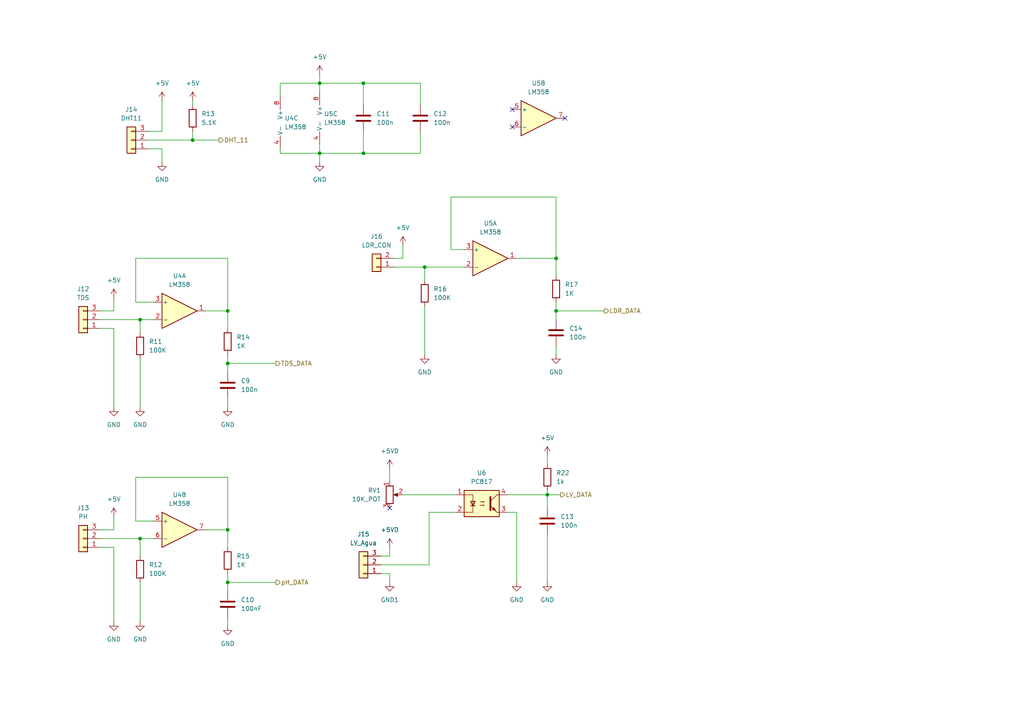
<source format=kicad_sch>
(kicad_sch (version 20211123) (generator eeschema)
  (paper "A4")
  (lib_symbols
    (symbol "Amplifier_Operational:LM358" (pin_names (offset 0.127))
      (property "Reference" "U" (at 0 5.08 0))
      (property "Value" "LM358" (at 0 -5.08 0))
      (symbol "LM358_1_1"
        (polyline (pts (xy -5.08 5.08) (xy 5.08 0) (xy -5.08 -5.08) (xy -5.08 5.08)) (stroke (width 0.254)) (fill (type background)))
        (pin output line (at 7.62 0 180) (length 2.54) (name "~") (number "1"))
        (pin input line (at -7.62 -2.54 0) (length 2.54) (name "-") (number "2"))
        (pin input line (at -7.62 2.54 0) (length 2.54) (name "+") (number "3"))
      )
      (symbol "LM358_2_1"
        (polyline (pts (xy -5.08 5.08) (xy 5.08 0) (xy -5.08 -5.08) (xy -5.08 5.08)) (stroke (width 0.254)) (fill (type background)))
        (pin input line (at -7.62 2.54 0) (length 2.54) (name "+") (number "5"))
        (pin input line (at -7.62 -2.54 0) (length 2.54) (name "-") (number "6"))
        (pin output line (at 7.62 0 180) (length 2.54) (name "~") (number "7"))
      )
      (symbol "LM358_3_1"
        (pin power_in line (at -2.54 -7.62 90) (length 3.81) (name "V-") (number "4"))
        (pin power_in line (at -2.54 7.62 270) (length 3.81) (name "V+") (number "8"))
      )
    )
    (symbol "Connector_Generic:Conn_01x02" (pin_names (offset 1.016) hide)
      (property "Reference" "J" (at 0 2.54 0))
      (property "Value" "Conn_01x02" (at 0 -5.08 0))
      (symbol "Conn_01x02_1_1"
        (rectangle (start -1.27 -2.413) (end 0 -2.667) (stroke (width 0.1524)))
        (rectangle (start -1.27 0.127) (end 0 -0.127) (stroke (width 0.1524)))
        (rectangle (start -1.27 1.27) (end 1.27 -3.81) (stroke (width 0.254)) (fill (type background)))
        (pin passive line (at -5.08 0 0) (length 3.81) (name "Pin_1") (number "1"))
        (pin passive line (at -5.08 -2.54 0) (length 3.81) (name "Pin_2") (number "2"))
      )
    )
    (symbol "Connector_Generic:Conn_01x03" (pin_names (offset 1.016) hide)
      (property "Reference" "J" (at 0 5.08 0))
      (property "Value" "Conn_01x03" (at 0 -5.08 0))
      (symbol "Conn_01x03_1_1"
        (rectangle (start -1.27 -2.413) (end 0 -2.667) (stroke (width 0.1524)))
        (rectangle (start -1.27 0.127) (end 0 -0.127) (stroke (width 0.1524)))
        (rectangle (start -1.27 2.667) (end 0 2.413) (stroke (width 0.1524)))
        (rectangle (start -1.27 3.81) (end 1.27 -3.81) (stroke (width 0.254)) (fill (type background)))
        (pin passive line (at -5.08 2.54 0) (length 3.81) (name "Pin_1") (number "1"))
        (pin passive line (at -5.08 0 0) (length 3.81) (name "Pin_2") (number "2"))
        (pin passive line (at -5.08 -2.54 0) (length 3.81) (name "Pin_3") (number "3"))
      )
    )
    (symbol "Device:C" (pin_numbers hide) (pin_names (offset 0.254))
      (property "Reference" "C" (at 0.635 2.54 0))
      (property "Value" "C" (at 0.635 -2.54 0))
      (symbol "C_0_1"
        (polyline (pts (xy -2.032 -0.762) (xy 2.032 -0.762)) (stroke (width 0.508)))
        (polyline (pts (xy -2.032 0.762) (xy 2.032 0.762)) (stroke (width 0.508)))
      )
      (symbol "C_1_1"
        (pin passive line (at 0 3.81 270) (length 2.794) (name "~") (number "1"))
        (pin passive line (at 0 -3.81 90) (length 2.794) (name "~") (number "2"))
      )
    )
    (symbol "Device:R" (pin_numbers hide) (pin_names (offset 0))
      (property "Reference" "R" (at 2.032 0 90))
      (property "Value" "R" (at 0 0 90))
      (symbol "R_0_1"
        (rectangle (start -1.016 -2.54) (end 1.016 2.54) (stroke (width 0.254)))
      )
      (symbol "R_1_1"
        (pin passive line (at 0 3.81 270) (length 1.27) (name "~") (number "1"))
        (pin passive line (at 0 -3.81 90) (length 1.27) (name "~") (number "2"))
      )
    )
    (symbol "Device:R_Potentiometer" (pin_names (offset 1.016) hide)
      (property "Reference" "RV" (at -4.445 0 90))
      (property "Value" "R_Potentiometer" (at -2.54 0 90))
      (symbol "R_Potentiometer_0_1"
        (polyline (pts (xy 2.54 0) (xy 1.524 0)))
        (polyline (pts (xy 1.143 0) (xy 2.286 0.508) (xy 2.286 -0.508) (xy 1.143 0)) (fill (type outline)))
        (rectangle (start 1.016 2.54) (end -1.016 -2.54) (stroke (width 0.254)))
      )
      (symbol "R_Potentiometer_1_1"
        (pin passive line (at 0 3.81 270) (length 1.27) (name "1") (number "1"))
        (pin passive line (at 3.81 0 180) (length 1.27) (name "2") (number "2"))
        (pin passive line (at 0 -3.81 90) (length 1.27) (name "3") (number "3"))
      )
    )
    (symbol "Isolator:PC817" (pin_names (offset 1.016))
      (property "Reference" "U" (at -5.08 5.08 0))
      (property "Value" "PC817" (at 0 5.08 0))
      (symbol "PC817_0_1"
        (rectangle (start -5.08 3.81) (end 5.08 -3.81) (stroke (width 0.254)) (fill (type background)))
        (polyline (pts (xy -3.175 -0.635) (xy -1.905 -0.635)) (stroke (width 0.254)))
        (polyline (pts (xy 2.54 0.635) (xy 4.445 2.54)))
        (polyline (pts (xy 4.445 -2.54) (xy 2.54 -0.635)) (fill (type outline)))
        (polyline (pts (xy 4.445 -2.54) (xy 5.08 -2.54)))
        (polyline (pts (xy 4.445 2.54) (xy 5.08 2.54)))
        (polyline (pts (xy -5.08 2.54) (xy -2.54 2.54) (xy -2.54 -0.635)))
        (polyline (pts (xy -2.54 -0.635) (xy -2.54 -2.54) (xy -5.08 -2.54)))
        (polyline (pts (xy 2.54 1.905) (xy 2.54 -1.905) (xy 2.54 -1.905)) (stroke (width 0.508)))
        (polyline (pts (xy -2.54 -0.635) (xy -3.175 0.635) (xy -1.905 0.635) (xy -2.54 -0.635)) (stroke (width 0.254)))
        (polyline (pts (xy -0.508 -0.508) (xy 0.762 -0.508) (xy 0.381 -0.635) (xy 0.381 -0.381) (xy 0.762 -0.508)))
        (polyline (pts (xy -0.508 0.508) (xy 0.762 0.508) (xy 0.381 0.381) (xy 0.381 0.635) (xy 0.762 0.508)))
        (polyline (pts (xy 3.048 -1.651) (xy 3.556 -1.143) (xy 4.064 -2.159) (xy 3.048 -1.651) (xy 3.048 -1.651)) (fill (type outline)))
      )
      (symbol "PC817_1_1"
        (pin passive line (at -7.62 2.54 0) (length 2.54) (name "~") (number "1"))
        (pin passive line (at -7.62 -2.54 0) (length 2.54) (name "~") (number "2"))
        (pin passive line (at 7.62 -2.54 180) (length 2.54) (name "~") (number "3"))
        (pin passive line (at 7.62 2.54 180) (length 2.54) (name "~") (number "4"))
      )
    )
    (symbol "power:+5V" (power) (pin_names (offset 0))
      (property "Value" "+5V" (at 0 3.556 0))
      (symbol "+5V_0_1"
        (polyline (pts (xy -0.762 1.27) (xy 0 2.54)))
        (polyline (pts (xy 0 0) (xy 0 2.54)))
        (polyline (pts (xy 0 2.54) (xy 0.762 1.27)))
      )
      (symbol "+5V_1_1"
        (pin power_in line (at 0 0 90) (length 0) hide (name "+5V") (number "1"))
      )
    )
    (symbol "power:+5VD" (power) (pin_names (offset 0))
      (property "Value" "+5VD" (at 0 3.556 0))
      (symbol "+5VD_0_1"
        (polyline (pts (xy -0.762 1.27) (xy 0 2.54)))
        (polyline (pts (xy 0 0) (xy 0 2.54)))
        (polyline (pts (xy 0 2.54) (xy 0.762 1.27)))
      )
      (symbol "+5VD_1_1"
        (pin power_in line (at 0 0 90) (length 0) hide (name "+5VD") (number "1"))
      )
    )
    (symbol "power:GND" (power) (pin_names (offset 0))
      (property "Value" "GND" (at 0 -3.81 0))
      (symbol "GND_0_1"
        (polyline (pts (xy 0 0) (xy 0 -1.27) (xy 1.27 -1.27) (xy 0 -2.54) (xy -1.27 -1.27) (xy 0 -1.27)))
      )
      (symbol "GND_1_1"
        (pin power_in line (at 0 0 270) (length 0) hide (name "GND") (number "1"))
      )
    )
    (symbol "power:GND1" (power) (pin_names (offset 0))
      (property "Value" "GND1" (at 0 -3.81 0))
      (symbol "GND1_0_1"
        (polyline (pts (xy 0 0) (xy 0 -1.27) (xy 1.27 -1.27) (xy 0 -2.54) (xy -1.27 -1.27) (xy 0 -1.27)))
      )
      (symbol "GND1_1_1"
        (pin power_in line (at 0 0 270) (length 0) hide (name "GND1") (number "1"))
      )
    )
  )
  (junction (at 92.71 44.45))
  (junction (at 40.64 156.21))
  (junction (at 161.29 90.17))
  (junction (at 40.64 92.71))
  (junction (at 66.04 153.67))
  (junction (at 66.04 90.17))
  (junction (at 92.71 24.13))
  (junction (at 161.29 74.93))
  (junction (at 66.04 168.91))
  (junction (at 158.75 143.51))
  (junction (at 105.41 24.13))
  (junction (at 66.04 105.41))
  (junction (at 123.19 77.47))
  (junction (at 105.41 44.45))
  (junction (at 55.88 40.64))
  (no_connect (at 113.03 147.32))
  (no_connect (at 163.83 34.29))
  (no_connect (at 148.59 36.83))
  (no_connect (at 148.59 31.75))
  (wire (pts (xy 81.28 24.13) (xy 92.71 24.13)))
  (wire (pts (xy 123.19 88.9) (xy 123.19 102.87)))
  (wire (pts (xy 40.64 92.71) (xy 40.64 96.52)))
  (wire (pts (xy 105.41 38.1) (xy 105.41 44.45)))
  (wire (pts (xy 113.03 166.37) (xy 113.03 168.91)))
  (wire (pts (xy 66.04 102.87) (xy 66.04 105.41)))
  (wire (pts (xy 66.04 166.37) (xy 66.04 168.91)))
  (wire (pts (xy 81.28 27.94) (xy 81.28 24.13)))
  (wire (pts (xy 161.29 57.15) (xy 161.29 74.93)))
  (wire (pts (xy 40.64 156.21) (xy 44.45 156.21)))
  (wire (pts (xy 105.41 24.13) (xy 92.71 24.13)))
  (wire (pts (xy 134.62 72.39) (xy 130.81 72.39)))
  (wire (pts (xy 59.69 153.67) (xy 66.04 153.67)))
  (wire (pts (xy 81.28 44.45) (xy 92.71 44.45)))
  (wire (pts (xy 121.92 38.1) (xy 121.92 44.45)))
  (wire (pts (xy 55.88 40.64) (xy 63.5 40.64)))
  (wire (pts (xy 29.21 92.71) (xy 40.64 92.71)))
  (wire (pts (xy 147.32 148.59) (xy 149.86 148.59)))
  (wire (pts (xy 66.04 105.41) (xy 66.04 107.95)))
  (wire (pts (xy 43.18 43.18) (xy 46.99 43.18)))
  (wire (pts (xy 29.21 95.25) (xy 33.02 95.25)))
  (wire (pts (xy 33.02 158.75) (xy 33.02 180.34)))
  (wire (pts (xy 130.81 72.39) (xy 130.81 57.15)))
  (wire (pts (xy 92.71 44.45) (xy 92.71 46.99)))
  (wire (pts (xy 116.84 71.12) (xy 116.84 74.93)))
  (wire (pts (xy 116.84 74.93) (xy 114.3 74.93)))
  (wire (pts (xy 161.29 100.33) (xy 161.29 102.87)))
  (wire (pts (xy 43.18 40.64) (xy 55.88 40.64)))
  (wire (pts (xy 116.84 143.51) (xy 132.08 143.51)))
  (wire (pts (xy 113.03 161.29) (xy 110.49 161.29)))
  (wire (pts (xy 40.64 92.71) (xy 44.45 92.71)))
  (wire (pts (xy 121.92 44.45) (xy 105.41 44.45)))
  (wire (pts (xy 39.37 151.13) (xy 39.37 138.43)))
  (wire (pts (xy 124.46 163.83) (xy 124.46 148.59)))
  (wire (pts (xy 158.75 154.94) (xy 158.75 168.91)))
  (wire (pts (xy 92.71 24.13) (xy 92.71 26.67)))
  (wire (pts (xy 44.45 87.63) (xy 39.37 87.63)))
  (wire (pts (xy 158.75 142.24) (xy 158.75 143.51)))
  (wire (pts (xy 40.64 104.14) (xy 40.64 118.11)))
  (wire (pts (xy 66.04 115.57) (xy 66.04 118.11)))
  (wire (pts (xy 161.29 87.63) (xy 161.29 90.17)))
  (wire (pts (xy 33.02 95.25) (xy 33.02 118.11)))
  (wire (pts (xy 158.75 132.08) (xy 158.75 134.62)))
  (wire (pts (xy 158.75 143.51) (xy 162.56 143.51)))
  (wire (pts (xy 110.49 163.83) (xy 124.46 163.83)))
  (wire (pts (xy 81.28 43.18) (xy 81.28 44.45)))
  (wire (pts (xy 123.19 77.47) (xy 123.19 81.28)))
  (wire (pts (xy 44.45 151.13) (xy 39.37 151.13)))
  (wire (pts (xy 158.75 143.51) (xy 147.32 143.51)))
  (wire (pts (xy 105.41 30.48) (xy 105.41 24.13)))
  (wire (pts (xy 33.02 90.17) (xy 29.21 90.17)))
  (wire (pts (xy 121.92 30.48) (xy 121.92 24.13)))
  (wire (pts (xy 29.21 156.21) (xy 40.64 156.21)))
  (wire (pts (xy 46.99 43.18) (xy 46.99 46.99)))
  (wire (pts (xy 161.29 90.17) (xy 175.26 90.17)))
  (wire (pts (xy 161.29 74.93) (xy 161.29 80.01)))
  (wire (pts (xy 92.71 41.91) (xy 92.71 44.45)))
  (wire (pts (xy 158.75 143.51) (xy 158.75 147.32)))
  (wire (pts (xy 66.04 168.91) (xy 66.04 171.45)))
  (wire (pts (xy 66.04 153.67) (xy 66.04 158.75)))
  (wire (pts (xy 105.41 44.45) (xy 92.71 44.45)))
  (wire (pts (xy 66.04 168.91) (xy 80.01 168.91)))
  (wire (pts (xy 59.69 90.17) (xy 66.04 90.17)))
  (wire (pts (xy 114.3 77.47) (xy 123.19 77.47)))
  (wire (pts (xy 66.04 138.43) (xy 66.04 153.67)))
  (wire (pts (xy 66.04 90.17) (xy 66.04 95.25)))
  (wire (pts (xy 39.37 74.93) (xy 66.04 74.93)))
  (wire (pts (xy 121.92 24.13) (xy 105.41 24.13)))
  (wire (pts (xy 43.18 38.1) (xy 46.99 38.1)))
  (wire (pts (xy 39.37 138.43) (xy 66.04 138.43)))
  (wire (pts (xy 124.46 148.59) (xy 132.08 148.59)))
  (wire (pts (xy 110.49 166.37) (xy 113.03 166.37)))
  (wire (pts (xy 33.02 149.86) (xy 33.02 153.67)))
  (wire (pts (xy 149.86 148.59) (xy 149.86 168.91)))
  (wire (pts (xy 92.71 21.59) (xy 92.71 24.13)))
  (wire (pts (xy 55.88 29.21) (xy 55.88 30.48)))
  (wire (pts (xy 130.81 57.15) (xy 161.29 57.15)))
  (wire (pts (xy 66.04 105.41) (xy 80.01 105.41)))
  (wire (pts (xy 123.19 77.47) (xy 134.62 77.47)))
  (wire (pts (xy 55.88 38.1) (xy 55.88 40.64)))
  (wire (pts (xy 39.37 87.63) (xy 39.37 74.93)))
  (wire (pts (xy 40.64 168.91) (xy 40.64 180.34)))
  (wire (pts (xy 113.03 158.75) (xy 113.03 161.29)))
  (wire (pts (xy 40.64 156.21) (xy 40.64 161.29)))
  (wire (pts (xy 33.02 153.67) (xy 29.21 153.67)))
  (wire (pts (xy 66.04 74.93) (xy 66.04 90.17)))
  (wire (pts (xy 33.02 86.36) (xy 33.02 90.17)))
  (wire (pts (xy 161.29 74.93) (xy 149.86 74.93)))
  (wire (pts (xy 46.99 38.1) (xy 46.99 29.21)))
  (wire (pts (xy 113.03 135.89) (xy 113.03 139.7)))
  (wire (pts (xy 29.21 158.75) (xy 33.02 158.75)))
  (wire (pts (xy 161.29 90.17) (xy 161.29 92.71)))
  (wire (pts (xy 66.04 179.07) (xy 66.04 181.61)))
  (hierarchical_label "pH_DATA" (shape output) (at 80.01 168.91 0))
  (hierarchical_label "LDR_DATA" (shape output) (at 175.26 90.17 0))
  (hierarchical_label "LV_DATA" (shape output) (at 162.56 143.51 0))
  (hierarchical_label "DHT_11" (shape output) (at 63.5 40.64 0))
  (hierarchical_label "TDS_DATA" (shape output) (at 80.01 105.41 0))
  (symbol (lib_id "Device:R") (at 123.19 85.09 0) (unit 1)
    (property "Reference" "R16" (at 125.73 83.8199 0) (effects (justify left)))
    (property "Value" "100K" (at 125.73 86.3599 0) (effects (justify left)))
    (property "Footprint" "Resistor_SMD:R_0603_1608Metric" (effects hide))
  )
  (symbol (lib_id "power:+5VD") (at 113.03 158.75 0) (unit 1)
    (property "Reference" "#PWR053" (effects hide))
    (property "Value" "+5VD" (at 113.03 153.67 0))
  )
  (symbol (lib_id "Connector_Generic:Conn_01x03") (at 38.1 40.64 180) (unit 1)
    (property "Reference" "J14" (at 38.1 31.75 0))
    (property "Value" "DHT11" (at 38.1 34.29 0))
    (property "Footprint" "TerminalBlock:TerminalBlock_bornier-3_P5.08mm" (effects hide))
  )
  (symbol (lib_id "Amplifier_Operational:LM358") (at 95.25 34.29 0) (unit 3)
    (property "Reference" "U5" (at 93.98 33.0199 0) (effects (justify left)))
    (property "Value" "LM358" (at 93.98 35.5599 0) (effects (justify left)))
    (property "Footprint" "Package_SO:SOIC-8_3.9x4.9mm_P1.27mm" (effects hide))
    (property "Datasheet" "http://www.ti.com/lit/ds/symlink/lm2904-n.pdf" (effects hide))
  )
  (symbol (lib_id "Connector_Generic:Conn_01x03") (at 105.41 163.83 180) (unit 1)
    (property "Reference" "J15" (at 105.41 154.94 0))
    (property "Value" "LV_Agua" (at 105.41 157.48 0))
    (property "Footprint" "TerminalBlock:TerminalBlock_bornier-3_P5.08mm" (effects hide))
  )
  (symbol (lib_id "Device:R") (at 66.04 99.06 0) (unit 1)
    (property "Reference" "R14" (at 68.58 97.7899 0) (effects (justify left)))
    (property "Value" "1K" (at 68.58 100.3299 0) (effects (justify left)))
    (property "Footprint" "Resistor_SMD:R_0603_1608Metric" (effects hide))
  )
  (symbol (lib_id "Device:C") (at 158.75 151.13 0) (unit 1)
    (property "Reference" "C13" (at 162.56 149.8599 0) (effects (justify left)))
    (property "Value" "100n" (at 162.56 152.3999 0) (effects (justify left)))
    (property "Footprint" "Capacitor_SMD:C_0603_1608Metric" (effects hide))
  )
  (symbol (lib_id "Device:C") (at 66.04 111.76 0) (unit 1)
    (property "Reference" "C9" (at 69.85 110.4899 0) (effects (justify left)))
    (property "Value" "100n" (at 69.85 113.0299 0) (effects (justify left)))
    (property "Footprint" "Capacitor_SMD:C_0603_1608Metric" (effects hide))
  )
  (symbol (lib_id "Device:C") (at 105.41 34.29 0) (unit 1)
    (property "Reference" "C11" (at 109.22 33.0199 0) (effects (justify left)))
    (property "Value" "100n" (at 109.22 35.5599 0) (effects (justify left)))
    (property "Footprint" "Capacitor_SMD:C_0603_1608Metric" (effects hide))
  )
  (symbol (lib_id "power:+5V") (at 55.88 29.21 0) (unit 1)
    (property "Reference" "#PWR047" (effects hide))
    (property "Value" "+5V" (at 55.88 24.13 0))
  )
  (symbol (lib_id "power:GND") (at 40.64 180.34 0) (unit 1)
    (property "Reference" "#PWR044" (effects hide))
    (property "Value" "GND" (at 40.64 185.42 0))
  )
  (symbol (lib_id "Device:R_Potentiometer") (at 113.03 143.51 0) (unit 1)
    (property "Reference" "RV1" (at 110.49 142.2399 0) (effects (justify right)))
    (property "Value" "10K_POT" (at 110.49 144.7799 0) (effects (justify right)))
    (property "Footprint" "Potentiometer_THT:Potentiometer_Alps_RK097_Single_Horizontal" (effects hide))
  )
  (symbol (lib_id "power:+5V") (at 46.99 29.21 0) (unit 1)
    (property "Reference" "#PWR045" (effects hide))
    (property "Value" "+5V" (at 46.99 24.13 0))
  )
  (symbol (lib_id "power:GND") (at 161.29 102.87 0) (unit 1)
    (property "Reference" "#PWR060" (effects hide))
    (property "Value" "GND" (at 161.29 107.95 0))
  )
  (symbol (lib_id "Connector_Generic:Conn_01x02") (at 109.22 77.47 180) (unit 1)
    (property "Reference" "J16" (at 109.22 68.58 0))
    (property "Value" "LDR_CON" (at 109.22 71.12 0))
    (property "Footprint" "TerminalBlock:TerminalBlock_bornier-2_P5.08mm" (effects hide))
  )
  (symbol (lib_id "Device:R") (at 40.64 165.1 0) (unit 1)
    (property "Reference" "R12" (at 43.18 163.8299 0) (effects (justify left)))
    (property "Value" "100K" (at 43.18 166.3699 0) (effects (justify left)))
    (property "Footprint" "Resistor_SMD:R_0603_1608Metric" (effects hide))
  )
  (symbol (lib_id "power:GND") (at 66.04 118.11 0) (unit 1)
    (property "Reference" "#PWR048" (effects hide))
    (property "Value" "GND" (at 66.04 123.19 0))
  )
  (symbol (lib_id "Connector_Generic:Conn_01x03") (at 24.13 156.21 180) (unit 1)
    (property "Reference" "J13" (at 24.13 147.32 0))
    (property "Value" "PH" (at 24.13 149.86 0))
    (property "Footprint" "TerminalBlock:TerminalBlock_bornier-3_P5.08mm" (effects hide))
  )
  (symbol (lib_id "power:GND1") (at 113.03 168.91 0) (unit 1)
    (property "Reference" "#PWR054" (effects hide))
    (property "Value" "GND1" (at 113.03 173.99 0))
  )
  (symbol (lib_id "Amplifier_Operational:LM358") (at 52.07 90.17 0) (unit 1)
    (property "Reference" "U4" (at 52.07 80.01 0))
    (property "Value" "LM358" (at 52.07 82.55 0))
    (property "Footprint" "Package_SO:SOIC-8_3.9x4.9mm_P1.27mm" (effects hide))
    (property "Datasheet" "http://www.ti.com/lit/ds/symlink/lm2904-n.pdf" (effects hide))
  )
  (symbol (lib_id "power:GND") (at 33.02 180.34 0) (unit 1)
    (property "Reference" "#PWR042" (effects hide))
    (property "Value" "GND" (at 33.02 185.42 0))
  )
  (symbol (lib_id "power:+5V") (at 158.75 132.08 0) (unit 1)
    (property "Reference" "#PWR058" (effects hide))
    (property "Value" "+5V" (at 158.75 127 0))
  )
  (symbol (lib_id "power:+5VD") (at 113.03 135.89 0) (unit 1)
    (property "Reference" "#PWR052" (effects hide))
    (property "Value" "+5VD" (at 113.03 130.81 0))
  )
  (symbol (lib_id "power:GND") (at 123.19 102.87 0) (unit 1)
    (property "Reference" "#PWR056" (effects hide))
    (property "Value" "GND" (at 123.19 107.95 0))
  )
  (symbol (lib_id "Amplifier_Operational:LM358") (at 142.24 74.93 0) (unit 1)
    (property "Reference" "U5" (at 142.24 64.77 0))
    (property "Value" "LM358" (at 142.24 67.31 0))
    (property "Footprint" "Package_SO:SOIC-8_3.9x4.9mm_P1.27mm" (effects hide))
    (property "Datasheet" "http://www.ti.com/lit/ds/symlink/lm2904-n.pdf" (effects hide))
  )
  (symbol (lib_id "power:+5V") (at 92.71 21.59 0) (unit 1)
    (property "Reference" "#PWR050" (effects hide))
    (property "Value" "+5V" (at 92.71 16.51 0))
  )
  (symbol (lib_id "power:+5V") (at 33.02 149.86 0) (unit 1)
    (property "Reference" "#PWR041" (effects hide))
    (property "Value" "+5V" (at 33.02 144.78 0))
  )
  (symbol (lib_id "Device:C") (at 161.29 96.52 0) (unit 1)
    (property "Reference" "C14" (at 165.1 95.2499 0) (effects (justify left)))
    (property "Value" "100n" (at 165.1 97.7899 0) (effects (justify left)))
    (property "Footprint" "Capacitor_SMD:C_0603_1608Metric" (effects hide))
  )
  (symbol (lib_id "Device:R") (at 40.64 100.33 0) (unit 1)
    (property "Reference" "R11" (at 43.18 99.0599 0) (effects (justify left)))
    (property "Value" "100K" (at 43.18 101.5999 0) (effects (justify left)))
    (property "Footprint" "Resistor_SMD:R_0603_1608Metric" (effects hide))
  )
  (symbol (lib_id "power:GND") (at 40.64 118.11 0) (unit 1)
    (property "Reference" "#PWR043" (effects hide))
    (property "Value" "GND" (at 40.64 123.19 0))
  )
  (symbol (lib_id "Device:R") (at 66.04 162.56 0) (unit 1)
    (property "Reference" "R15" (at 68.58 161.2899 0) (effects (justify left)))
    (property "Value" "1K" (at 68.58 163.8299 0) (effects (justify left)))
    (property "Footprint" "Resistor_SMD:R_0603_1608Metric" (effects hide))
  )
  (symbol (lib_id "power:GND") (at 46.99 46.99 0) (unit 1)
    (property "Reference" "#PWR046" (effects hide))
    (property "Value" "GND" (at 46.99 52.07 0))
  )
  (symbol (lib_id "Device:C") (at 66.04 175.26 0) (unit 1)
    (property "Reference" "C10" (at 69.85 173.9899 0) (effects (justify left)))
    (property "Value" "100nF" (at 69.85 176.5299 0) (effects (justify left)))
    (property "Footprint" "Capacitor_SMD:C_0603_1608Metric" (effects hide))
  )
  (symbol (lib_id "power:GND") (at 92.71 46.99 0) (unit 1)
    (property "Reference" "#PWR051" (effects hide))
    (property "Value" "GND" (at 92.71 52.07 0))
  )
  (symbol (lib_id "Isolator:PC817") (at 139.7 146.05 0) (unit 1)
    (property "Reference" "U6" (at 139.7 137.16 0))
    (property "Value" "PC817" (at 139.7 139.7 0))
    (property "Footprint" "Package_DIP:DIP-4_W7.62mm" (effects hide))
    (property "Datasheet" "http://www.soselectronic.cz/a_info/resource/d/pc817.pdf" (effects hide))
  )
  (symbol (lib_id "power:GND") (at 66.04 181.61 0) (unit 1)
    (property "Reference" "#PWR049" (effects hide))
    (property "Value" "GND" (at 66.04 186.69 0))
  )
  (symbol (lib_id "power:GND") (at 158.75 168.91 0) (unit 1)
    (property "Reference" "#PWR059" (effects hide))
    (property "Value" "GND" (at 158.75 173.99 0))
  )
  (symbol (lib_id "Amplifier_Operational:LM358") (at 52.07 153.67 0) (unit 2)
    (property "Reference" "U4" (at 52.07 143.51 0))
    (property "Value" "LM358" (at 52.07 146.05 0))
    (property "Footprint" "Package_SO:SOIC-8_3.9x4.9mm_P1.27mm" (effects hide))
    (property "Datasheet" "http://www.ti.com/lit/ds/symlink/lm2904-n.pdf" (effects hide))
  )
  (symbol (lib_id "power:GND") (at 149.86 168.91 0) (unit 1)
    (property "Reference" "#PWR057" (effects hide))
    (property "Value" "GND" (at 149.86 173.99 0))
  )
  (symbol (lib_id "power:GND") (at 33.02 118.11 0) (unit 1)
    (property "Reference" "#PWR040" (effects hide))
    (property "Value" "GND" (at 33.02 123.19 0))
  )
  (symbol (lib_id "Amplifier_Operational:LM358") (at 83.82 35.56 0) (unit 3)
    (property "Reference" "U4" (at 82.55 34.2899 0) (effects (justify left)))
    (property "Value" "LM358" (at 82.55 36.8299 0) (effects (justify left)))
    (property "Footprint" "Package_SO:SOIC-8_3.9x4.9mm_P1.27mm" (effects hide))
    (property "Datasheet" "http://www.ti.com/lit/ds/symlink/lm2904-n.pdf" (effects hide))
  )
  (symbol (lib_id "Connector_Generic:Conn_01x03") (at 24.13 92.71 180) (unit 1)
    (property "Reference" "J12" (at 24.13 83.82 0))
    (property "Value" "TDS" (at 24.13 86.36 0))
    (property "Footprint" "TerminalBlock:TerminalBlock_bornier-3_P5.08mm" (effects hide))
  )
  (symbol (lib_id "Device:R") (at 55.88 34.29 0) (unit 1)
    (property "Reference" "R13" (at 58.42 33.0199 0) (effects (justify left)))
    (property "Value" "5.1K" (at 58.42 35.5599 0) (effects (justify left)))
    (property "Footprint" "Resistor_SMD:R_0603_1608Metric" (effects hide))
  )
  (symbol (lib_id "power:+5V") (at 116.84 71.12 0) (unit 1)
    (property "Reference" "#PWR055" (effects hide))
    (property "Value" "+5V" (at 116.84 66.04 0))
  )
  (symbol (lib_id "Device:C") (at 121.92 34.29 0) (unit 1)
    (property "Reference" "C12" (at 125.73 33.0199 0) (effects (justify left)))
    (property "Value" "100n" (at 125.73 35.5599 0) (effects (justify left)))
    (property "Footprint" "Capacitor_SMD:C_0603_1608Metric" (effects hide))
  )
  (symbol (lib_id "Amplifier_Operational:LM358") (at 156.21 34.29 0) (unit 2)
    (property "Reference" "U5" (at 156.21 24.13 0))
    (property "Value" "LM358" (at 156.21 26.67 0))
    (property "Footprint" "Package_SO:SOIC-8_3.9x4.9mm_P1.27mm" (effects hide))
    (property "Datasheet" "http://www.ti.com/lit/ds/symlink/lm2904-n.pdf" (effects hide))
  )
  (symbol (lib_id "Device:R") (at 158.75 138.43 0) (unit 1)
    (property "Reference" "R22" (at 161.29 137.1599 0) (effects (justify left)))
    (property "Value" "1k" (at 161.29 139.6999 0) (effects (justify left)))
    (property "Footprint" "Resistor_SMD:R_0603_1608Metric" (effects hide))
  )
  (symbol (lib_id "Device:R") (at 161.29 83.82 0) (unit 1)
    (property "Reference" "R17" (at 163.83 82.5499 0) (effects (justify left)))
    (property "Value" "1K" (at 163.83 85.0899 0) (effects (justify left)))
    (property "Footprint" "Resistor_SMD:R_0603_1608Metric" (effects hide))
  )
  (symbol (lib_id "power:+5V") (at 33.02 86.36 0) (unit 1)
    (property "Reference" "#PWR039" (effects hide))
    (property "Value" "+5V" (at 33.02 81.28 0))
  )
)
</source>
